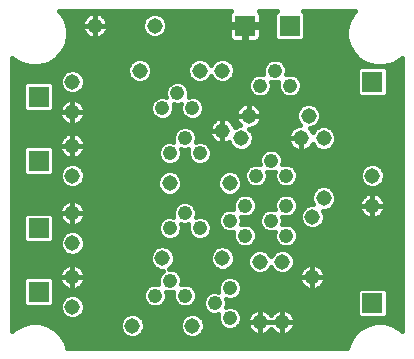
<source format=gtl>
G04 Output by ViewMate Deluxe V11.0.9  PentaLogix LLC*
G04 Sun Feb 16 15:57:02 2014*
%FSLAX33Y33*%
%MOMM*%
%IPPOS*%
%ADD10C,1.3081*%
%ADD11R,1.8009X1.8009*%
%ADD12C,1.209*%
%ADD13C,0.4064*%

%LPD*%
X0Y0D2*D13*G1X34544Y29898D2*X33310Y29898D1*X33310Y30300D2*X34544Y30300D1*X34544Y30704D2*X33310Y30704D1*X33310Y31105D2*X34544Y31105D1*X34544Y31509D2*X33310Y31509D1*X33310Y31910D2*X34544Y31910D1*X34544Y32314D2*X33449Y32314D1*X34295Y32715D2*X34544Y32715D1*X26302Y36741D2*X30381Y36741D1*X30147Y36340D2*X26325Y36340D1*X26325Y35936D2*X29967Y35936D1*X29860Y35535D2*X26325Y35535D1*X26325Y35131D2*X29820Y35131D1*X29820Y34729D2*X26325Y34729D1*X24275Y32715D2*X30983Y32715D1*X31829Y32314D2*X24646Y32314D1*X34544Y27079D2*X28341Y27079D1*X28796Y26678D2*X34544Y26678D1*X34544Y26274D2*X28936Y26274D1*X28920Y25872D2*X34544Y25872D1*X34544Y25469D2*X28720Y25469D1*X28092Y25067D2*X34544Y25067D1*X26868Y25469D2*X27033Y25469D1*X26957Y26678D2*X26937Y26678D1*X27412Y27079D2*X27084Y27079D1*X34544Y27483D2*X27529Y27483D1*X27666Y27884D2*X34544Y27884D1*X34544Y28288D2*X27648Y28288D1*X27445Y28689D2*X34544Y28689D1*X30698Y29898D2*X25776Y29898D1*X26002Y30300D2*X30698Y30300D1*X30698Y30704D2*X26030Y30704D1*X25890Y31105D2*X30698Y31105D1*X30698Y31509D2*X25392Y31509D1*X30698Y31956D2*X30935Y32194D1*X33073Y32194*X33310Y31956*X33310Y29820*X33073Y29581*X30935Y29581*X30698Y29820*X30698Y31956*X24760Y31910D2*X30698Y31910D1*X23490Y30704D2*X24008Y30704D1*X24036Y30300D2*X23462Y30300D1*X23236Y29898D2*X24262Y29898D1*X19304Y26759D2*X19304Y27871D1*X19304Y26759*X15603Y17821D2*X16655Y17821D1*X16421Y18222D2*X15837Y18222D1*X15870Y18626D2*X16388Y18626D1*X13574Y27884D2*X7615Y27884D1*X7714Y28288D2*X13287Y28288D1*X13213Y28689D2*X7661Y28689D1*X7430Y29093D2*X13307Y29093D1*X1773Y32715D2*X1524Y32715D1*X1524Y32314D2*X2619Y32314D1*X15794Y27079D2*X1524Y27079D1*X14874Y27884D2*X16114Y27884D1*X15827Y28288D2*X15161Y28288D1*X15235Y28689D2*X15753Y28689D1*X7663Y30704D2*X14834Y30704D1*X14552Y30300D2*X7508Y30300D1*X6988Y29898D2*X14483Y29898D1*X5547Y28689D2*X5052Y28689D1*X5052Y29093D2*X5778Y29093D1*X13625Y29494D2*X5052Y29494D1*X7661Y31105D2*X11554Y31105D1*X11308Y31509D2*X7483Y31509D1*X6904Y31910D2*X11260Y31910D1*X1524Y31910D2*X6304Y31910D1*X5725Y31509D2*X1524Y31509D1*X1524Y31105D2*X5547Y31105D1*X2459Y30704D2*X1524Y30704D1*X1524Y30300D2*X2441Y30300D1*X2441Y29898D2*X1524Y29898D1*X1524Y29494D2*X2441Y29494D1*X2441Y29093D2*X1524Y29093D1*X1524Y28689D2*X2441Y28689D1*X5494Y28288D2*X1524Y28288D1*X1524Y27884D2*X5593Y27884D1*X5903Y27483D2*X1524Y27483D1*X5494Y25469D2*X4872Y25469D1*X5052Y25067D2*X5573Y25067D1*X5857Y24663D2*X5052Y24663D1*X6604Y25489D2*X6604Y26601D1*X6604Y25489*X14044Y25469D2*X7714Y25469D1*X7635Y25067D2*X13853Y25067D1*X13848Y24663D2*X7351Y24663D1*X5052Y24262D2*X14023Y24262D1*X5545Y23053D2*X4956Y23053D1*X5052Y23457D2*X5667Y23457D1*X6027Y23858D2*X5052Y23858D1*X13800Y22248D2*X7402Y22248D1*X7628Y22652D2*X13851Y22652D1*X14100Y23053D2*X7663Y23053D1*X19180Y23053D2*X15618Y23053D1*X15867Y22652D2*X18931Y22652D1*X18880Y22248D2*X15918Y22248D1*X15812Y21847D2*X18986Y21847D1*X19312Y21443D2*X15486Y21443D1*X16685Y20638D2*X20211Y20638D1*X20198Y20236D2*X17031Y20236D1*X17140Y19832D2*X19202Y19832D1*X18966Y19431D2*X17803Y19431D1*X18275Y19027D2*X18928Y19027D1*X19058Y18626D2*X18410Y18626D1*X18377Y18222D2*X19512Y18222D1*X20198Y17821D2*X18143Y17821D1*X23625Y11379D2*X23238Y11379D1*X25237Y15001D2*X26005Y15001D1*X26492Y15405D2*X25430Y15405D1*X26924Y14376D2*X26924Y15489D1*X26924Y14376*X34013Y10170D2*X34544Y10170D1*X25143Y11379D2*X30698Y11379D1*X24384Y10566D2*X24384Y11679D1*X24384Y10566*X23251Y9769D2*X23612Y9769D1*X22479Y11679D2*X22479Y10566D1*X22479Y11679*X26411Y13391D2*X20950Y13391D1*X20879Y13795D2*X25974Y13795D1*X25827Y14196D2*X20597Y14196D1*X24625Y14600D2*X25834Y14600D1*X23942Y16612D2*X22921Y16612D1*X23393Y16210D2*X23470Y16210D1*X23531Y15001D2*X23332Y15001D1*X22720Y14600D2*X24143Y14600D1*X15730Y14600D2*X22238Y14600D1*X17658Y12184D2*X16952Y12184D1*X17536Y10975D2*X18928Y10975D1*X18974Y10574D2*X17777Y10574D1*X17823Y10170D2*X19223Y10170D1*X21707Y9769D2*X17711Y9769D1*X21440Y10170D2*X20655Y10170D1*X20904Y10574D2*X21369Y10574D1*X21443Y10975D2*X20950Y10975D1*X20828Y11379D2*X21720Y11379D1*X30698Y11781D2*X20414Y11781D1*X34544Y13391D2*X33142Y13391D1*X33310Y12990D2*X34544Y12990D1*X34544Y12586D2*X33310Y12586D1*X33310Y12184D2*X34544Y12184D1*X34544Y11781D2*X33310Y11781D1*X33310Y11379D2*X34544Y11379D1*X34544Y10975D2*X33200Y10975D1*X25494Y10574D2*X34544Y10574D1*X25413Y10993D2*X25469Y10828D1*X25494Y10655*X25494Y10566*X24384Y10566*X22479Y10566*X21369Y10566*X22479Y10566*X22479Y9456*X22479Y10566*X23589Y10566*X24384Y10566*X24384Y9456*X24298Y9456*X24125Y9482*X23957Y9538*X23802Y9616*X23660Y9721*X23536Y9842*X23434Y9985*X23432Y9990*X23429Y9985*X23327Y9842*X23203Y9721*X23061Y9616*X22906Y9538*X22738Y9482*X22565Y9456*X22479Y9456*X22393Y9456*X22220Y9482*X22052Y9538*X21897Y9616*X21755Y9721*X21631Y9842*X21529Y9985*X21450Y10140*X21394Y10307*X21369Y10480*X21369Y10566*X21369Y10655*X21394Y10828*X21450Y10993*X21529Y11148*X21631Y11290*X21755Y11415*X21897Y11516*X22052Y11598*X22220Y11651*X22393Y11679*X22479Y11679*X22565Y11679*X22738Y11651*X22906Y11598*X23061Y11516*X23203Y11415*X23327Y11290*X23429Y11148*X23432Y11146*X23434Y11148*X23536Y11290*X23660Y11415*X23802Y11516*X23957Y11598*X24125Y11651*X24298Y11679*X24384Y11679*X24470Y11679*X24643Y11651*X24811Y11598*X24966Y11516*X25108Y11415*X25232Y11290*X25334Y11148*X25413Y10993*X30808Y10975D2*X25420Y10975D1*X25423Y10170D2*X31265Y10170D1*X25108Y9721D2*X24966Y9616D1*X24811Y9538*X24643Y9482*X24470Y9456*X24384Y9456*X24384Y10566*X25494Y10566*X25494Y10480*X25469Y10307*X25413Y10140*X25334Y9985*X25232Y9842*X25108Y9721*X30711Y9769D2*X25156Y9769D1*X17379Y9365D2*X30340Y9365D1*X12299Y9365D2*X16149Y9365D1*X15817Y9769D2*X12631Y9769D1*X12743Y10170D2*X15705Y10170D1*X15751Y10574D2*X12697Y10574D1*X15865Y10851D2*X15705Y10460D1*X15705Y10038*X15865Y9649*X16165Y9350*X16553Y9190*X16975Y9190*X17363Y9350*X17663Y9649*X17823Y10038*X17823Y10460*X17663Y10851*X17363Y11148*X16975Y11311*X16553Y11311*X16165Y11148*X15865Y10851*X12456Y10975D2*X15992Y10975D1*X7242Y10975D2*X10912Y10975D1*X2055Y10170D2*X1524Y10170D1*X1524Y12184D2*X2441Y12184D1*X2441Y12586D2*X1524Y12586D1*X1524Y12990D2*X2441Y12990D1*X2441Y13391D2*X1524Y13391D1*X1524Y13795D2*X2441Y13795D1*X2461Y14196D2*X1524Y14196D1*X1524Y16612D2*X5728Y16612D1*X6307Y16210D2*X1524Y16210D1*X5052Y13795D2*X5654Y13795D1*X5507Y14196D2*X5032Y14196D1*X1524Y14600D2*X5514Y14600D1*X5685Y15001D2*X1524Y15001D1*X12761Y13391D2*X7117Y13391D1*X13805Y13795D2*X13876Y13795D1*X7554Y13795D2*X13373Y13795D1*X13848Y14196D2*X7701Y14196D1*X7694Y14600D2*X13988Y14600D1*X13777Y15001D2*X7523Y15001D1*X7036Y15405D2*X13307Y15405D1*X6604Y15489D2*X6604Y14376D1*X6604Y15489*X6177Y15408D2*X6345Y15461D1*X6518Y15489*X6604Y15489*X6690Y15489*X6863Y15461*X7031Y15408*X7186Y15326*X7328Y15225*X7452Y15100*X7554Y14958*X7633Y14803*X7689Y14638*X7714Y14465*X7714Y14376*X6604Y14376*X5494Y14376*X5494Y14465*X5519Y14638*X5575Y14803*X5654Y14958*X5756Y15100*X5880Y15225*X6022Y15326*X6177Y15408*X1524Y15405D2*X6172Y15405D1*X13165Y15806D2*X1524Y15806D1*X6901Y16210D2*X13178Y16210D1*X13373Y16612D2*X7480Y16612D1*X7661Y17015D2*X13988Y17015D1*X5052Y19431D2*X5547Y19431D1*X5778Y19027D2*X5052Y19027D1*X15573Y20638D2*X7305Y20638D1*X7617Y20236D2*X15227Y20236D1*X15118Y19832D2*X7714Y19832D1*X7661Y19431D2*X14455Y19431D1*X13983Y19027D2*X7430Y19027D1*X5052Y18626D2*X13848Y18626D1*X6218Y18222D2*X5052Y18222D1*X5052Y17821D2*X5700Y17821D1*X5545Y17417D2*X5034Y17417D1*X1524Y17015D2*X5547Y17015D1*X2459Y17417D2*X1524Y17417D1*X1524Y17821D2*X2441Y17821D1*X2441Y18222D2*X1524Y18222D1*X1524Y18626D2*X2441Y18626D1*X2441Y19027D2*X1524Y19027D1*X2441Y19573D2*X2677Y19812D1*X4816Y19812*X5052Y19573*X5052Y17437*X4816Y17198*X2677Y17198*X2441Y17437*X2441Y19573*X1524Y19431D2*X2441Y19431D1*X5494Y19832D2*X1524Y19832D1*X1524Y20236D2*X5591Y20236D1*X5903Y20638D2*X1524Y20638D1*X6604Y19774D2*X6604Y20886D1*X6690Y20886*X6863Y20858*X7031Y20805*X7186Y20724*X7328Y20622*X7452Y20498*X7554Y20356*X7633Y20201*X7689Y20036*X7714Y19863*X7714Y19774*X6604Y19774*X6604Y20886*X6518Y20886*X6345Y20858*X6177Y20805*X6022Y20724*X5880Y20622*X5756Y20498*X5654Y20356*X5575Y20201*X5519Y20036*X5494Y19863*X5494Y19774*X6604Y19774*X6863Y18689D2*X7031Y18745D1*X7186Y18824*X7328Y18928*X7452Y19050*X7554Y19192*X7633Y19347*X7689Y19515*X7714Y19688*X7714Y19774*X6604Y19774*X5494Y19774*X5494Y19688*X5519Y19515*X5575Y19347*X5654Y19192*X5756Y19050*X5880Y18928*X6022Y18824*X6177Y18745*X6345Y18689*X6518Y18664*X6604Y18664*X6604Y19774*X6604Y18664*X6690Y18664*X6863Y18689*X13881Y18222D2*X6990Y18222D1*X14003Y17932D2*X13848Y18303D1*X13848Y18705*X14003Y19078*X14288Y19360*X14658Y19515*X15060Y19515*X15161Y19474*X15118Y19573*X15118Y19975*X15273Y20348*X15558Y20630*X15928Y20785*X16330Y20785*X16700Y20630*X16985Y20348*X17140Y19975*X17140Y19573*X17097Y19474*X17198Y19515*X17600Y19515*X17970Y19360*X18255Y19078*X18410Y18705*X18410Y18303*X18255Y17932*X17970Y17648*X17600Y17493*X17198Y17493*X16828Y17648*X16543Y17932*X16388Y18303*X16388Y18705*X16431Y18806*X16330Y18763*X15928Y18763*X15827Y18806*X15870Y18705*X15870Y18303*X15715Y17932*X15430Y17648*X15060Y17493*X14658Y17493*X14288Y17648*X14003Y17932*X7508Y17821D2*X14115Y17821D1*X7663Y17445D2*X7663Y17023D1*X7503Y16634*X7203Y16335*X6815Y16175*X6393Y16175*X6005Y16335*X5705Y16634*X5545Y17023*X5545Y17445*X5705Y17836*X6005Y18133*X6393Y18296*X6815Y18296*X7203Y18133*X7503Y17836*X7663Y17445*X20302Y17417D2*X7663Y17417D1*X19540Y17015D2*X20635Y17015D1*X14460Y17015D2*X19068Y17015D1*X18453Y16612D2*X15075Y16612D1*X15270Y16210D2*X18258Y16210D1*X18245Y15806D2*X15283Y15806D1*X15141Y15405D2*X18387Y15405D1*X18857Y15001D2*X15225Y15001D1*X21626Y15001D2*X19751Y15001D1*X20221Y15405D2*X21433Y15405D1*X21420Y15806D2*X20363Y15806D1*X20350Y16210D2*X21565Y16210D1*X20203Y16566D2*X20363Y16175D1*X20363Y15753*X20203Y15364*X19903Y15065*X19515Y14905*X19093Y14905*X18705Y15065*X18405Y15364*X18245Y15753*X18245Y16175*X18405Y16566*X18705Y16863*X19093Y17026*X19515Y17026*X19903Y16863*X20203Y16566*X22037Y16612D2*X20155Y16612D1*X24127Y17015D2*X21783Y17015D1*X22116Y17417D2*X23795Y17417D1*X23691Y17821D2*X22220Y17821D1*X22156Y18222D2*X23005Y18222D1*X22550Y18626D2*X21882Y18626D1*X20950Y19027D2*X22421Y19027D1*X20932Y19431D2*X20912Y19431D1*X22459Y19431D2*X21486Y19431D1*X22062Y19832D2*X22695Y19832D1*X23691Y20236D2*X22220Y20236D1*X22207Y20638D2*X23703Y20638D1*X23904Y21041D2*X22007Y21041D1*X22890Y22248D2*X23973Y22248D1*X23731Y22652D2*X23132Y22652D1*X23172Y23053D2*X23691Y23053D1*X21107Y25067D2*X22850Y25067D1*X17635Y23858D2*X21717Y23858D1*X22421Y24262D2*X18235Y24262D1*X18410Y24663D2*X22522Y24663D1*X20676Y25067D2*X18405Y25067D1*X18214Y25469D2*X20048Y25469D1*X17117Y25872D2*X18636Y25872D1*X18303Y26274D2*X17140Y26274D1*X18194Y26759D2*X19304Y26759D1*X19304Y25649*X19304Y26759*X18194Y26759*X16993Y26678D2*X18194Y26678D1*X18240Y27079D2*X16464Y27079D1*X18456Y27483D2*X18580Y27607D1*X18722Y27709*X18877Y27790*X19045Y27843*X19218Y27871*X19304Y27871*X19390Y27871*X19563Y27843*X19731Y27790*X19886Y27709*X20028Y27607*X20152Y27483*X20427Y27079D2*X20368Y27079D1*X25768Y28689D2*X22421Y28689D1*X22611Y28288D2*X25565Y28288D1*X25547Y27884D2*X22629Y27884D1*X22494Y27483D2*X25684Y27483D1*X25397Y27079D2*X22111Y27079D1*X21811Y26678D2*X25006Y26678D1*X24869Y26274D2*X21951Y26274D1*X21935Y25872D2*X24887Y25872D1*X21791Y25524D2*X21491Y25225D1*X21102Y25065*X20681Y25065*X20292Y25225*X19992Y25524*X19876Y25804*X19731Y25730*X19563Y25674*X19390Y25649*X19304Y25649*X19218Y25649*X19045Y25674*X18877Y25730*X18722Y25809*X18580Y25913*X18456Y26035*X18354Y26177*X18275Y26332*X18219Y26500*X18194Y26673*X18194Y26759*X18194Y26848*X18219Y27021*X18275Y27186*X18354Y27341*X18456Y27483*X7305Y27483*X6604Y29459D2*X6604Y28346D1*X6604Y29459*X6345Y29431D2*X6518Y29459D1*X6604Y29459*X6690Y29459*X6863Y29431*X7031Y29378*X7186Y29296*X7328Y29195*X7452Y29070*X7554Y28928*X7633Y28773*X7689Y28608*X7714Y28435*X7714Y28346*X6604Y28346*X5494Y28346*X6604Y28346*X6604Y27236*X6604Y28346*X7714Y28346*X7714Y28260*X7689Y28087*X7633Y27920*X7554Y27765*X7452Y27622*X7328Y27501*X7186Y27396*X7031Y27318*X6863Y27262*X6690Y27236*X6604Y27236*X6518Y27236*X6345Y27262*X6177Y27318*X6022Y27396*X5880Y27501*X5756Y27622*X5654Y27765*X5575Y27920*X5519Y28087*X5494Y28260*X5494Y28346*X5494Y28435*X5519Y28608*X5575Y28773*X5654Y28928*X5756Y29070*X5880Y29195*X6022Y29296*X6177Y29378*X6345Y29431*X5052Y29898D2*X6220Y29898D1*X5700Y30300D2*X5052Y30300D1*X5545Y30676D2*X5545Y31097D1*X5705Y31488*X6005Y31786*X6393Y31948*X6815Y31948*X7203Y31786*X7503Y31488*X7663Y31097*X7663Y30676*X7503Y30287*X7203Y29987*X6815Y29827*X6393Y29827*X6005Y29987*X5705Y30287*X5545Y30676*X5034Y30704D2*X5545Y30704D1*X4816Y30924D2*X5052Y30686D1*X5052Y28550*X4816Y28311*X2677Y28311*X2441Y28550*X2441Y30686*X2677Y30924*X4816Y30924*X11366Y32314D2*X4239Y32314D1*X12779Y36340D2*X9380Y36340D1*X9583Y35936D2*X12560Y35936D1*X12530Y35535D2*X9616Y35535D1*X9492Y35131D2*X12657Y35131D1*X13040Y34729D2*X9131Y34729D1*X19853Y34729D2*X14138Y34729D1*X14521Y35131D2*X19853Y35131D1*X19853Y35535D2*X14648Y35535D1*X14618Y35936D2*X19853Y35936D1*X14488Y36251D2*X14648Y35860D1*X14648Y35438*X14488Y35049*X14188Y34750*X13800Y34590*X13378Y34590*X12990Y34750*X12690Y35049*X12530Y35438*X12530Y35860*X12690Y36251*X12990Y36548*X13378Y36711*X13800Y36711*X14188Y36548*X14488Y36251*X19853Y36340D2*X14399Y36340D1*X8717Y36741D2*X19893Y36741D1*X7526Y35131D2*X6248Y35131D1*X6208Y35535D2*X7402Y35535D1*X7435Y35936D2*X6101Y35936D1*X5921Y36340D2*X7638Y36340D1*X8301Y36741D2*X5687Y36741D1*X8509Y35649D2*X8509Y36761D1*X8509Y35649*X7399Y35649*X7399Y35738*X7424Y35911*X7480Y36076*X7559Y36231*X7661Y36373*X7785Y36497*X7927Y36599*X8082Y36680*X8250Y36733*X8423Y36761*X8509Y36761*X8595Y36761*X8768Y36733*X8936Y36680*X9091Y36599*X9233Y36497*X9357Y36373*X9459Y36231*X9538Y36076*X9594Y35911*X9619Y35738*X9619Y35649*X8509Y35649*X7927Y34699D2*X8082Y34620D1*X8250Y34564*X8423Y34539*X8509Y34539*X8509Y35649*X9619Y35649*X9619Y35563*X9594Y35390*X9538Y35222*X9459Y35067*X9357Y34925*X9233Y34803*X9091Y34699*X8936Y34620*X8768Y34564*X8595Y34539*X8509Y34539*X8509Y35649*X7399Y35649*X7399Y35563*X7424Y35390*X7480Y35222*X7559Y35067*X7661Y34925*X7785Y34803*X7927Y34699*X6248Y34729D2*X7887Y34729D1*X20127Y34326D2*X6162Y34326D1*X21112Y34326D2*X21306Y34326D1*X21306Y34729D2*X21112Y34729D1*X21112Y35131D2*X21306Y35131D1*X21306Y35535D2*X21112Y35535D1*X23736Y36741D2*X22525Y36741D1*X22565Y36340D2*X23713Y36340D1*X23713Y35936D2*X22565Y35936D1*X22565Y35535D2*X23713Y35535D1*X23713Y35131D2*X22565Y35131D1*X22565Y34729D2*X23713Y34729D1*X29906Y34326D2*X22291Y34326D1*X6055Y33924D2*X30013Y33924D1*X30246Y33520D2*X5822Y33520D1*X5519Y33119D2*X30549Y33119D1*X11697Y32715D2*X5085Y32715D1*X16777Y32715D2*X12941Y32715D1*X13272Y32314D2*X16446Y32314D1*X16340Y31910D2*X13378Y31910D1*X13330Y31509D2*X16388Y31509D1*X13218Y31239D2*X12918Y30940D1*X12530Y30780*X12108Y30780*X11720Y30940*X11420Y31239*X11260Y31628*X11260Y32050*X11420Y32441*X11720Y32738*X12108Y32901*X12530Y32901*X12918Y32738*X13218Y32441*X13378Y32050*X13378Y31628*X13218Y31239*X16634Y31105D2*X13084Y31105D1*X18164Y31105D2*X18539Y31105D1*X18682Y32715D2*X18021Y32715D1*X23223Y32715D2*X19926Y32715D1*X20256Y32314D2*X22852Y32314D1*X22738Y31910D2*X20363Y31910D1*X20315Y31509D2*X22106Y31509D1*X20203Y31239D2*X20363Y31628D1*X20363Y32050*X20203Y32441*X19903Y32738*X19515Y32901*X19093Y32901*X18705Y32738*X18405Y32441*X18352Y32311*X18298Y32441*X17998Y32738*X17610Y32901*X17188Y32901*X16800Y32738*X16500Y32441*X16340Y32050*X16340Y31628*X16500Y31239*X16800Y30940*X17188Y30780*X17610Y30780*X17998Y30940*X18298Y31239*X18352Y31369*X18405Y31239*X18705Y30940*X19093Y30780*X19515Y30780*X19903Y30940*X20203Y31239*X21608Y31105D2*X20069Y31105D1*X16154Y30704D2*X21468Y30704D1*X21496Y30300D2*X16436Y30300D1*X21623Y29997D2*X21468Y30368D1*X21468Y30770*X21623Y31143*X21908Y31425*X22278Y31580*X22680Y31580*X22781Y31539*X22738Y31638*X22738Y32040*X22893Y32413*X23178Y32695*X23548Y32850*X23950Y32850*X24320Y32695*X24605Y32413*X24760Y32040*X24760Y31638*X24717Y31539*X24818Y31580*X25220Y31580*X25590Y31425*X25875Y31143*X26030Y30770*X26030Y30368*X25875Y29997*X25590Y29713*X25220Y29558*X24818Y29558*X24448Y29713*X24163Y29997*X24008Y30368*X24008Y30770*X24051Y30871*X23950Y30828*X23548Y30828*X23447Y30871*X23490Y30770*X23490Y30368*X23335Y29997*X23050Y29713*X22680Y29558*X22278Y29558*X21908Y29713*X21623Y29997*X16505Y29898D2*X21722Y29898D1*X34544Y29494D2*X17363Y29494D1*X21852Y29093D2*X34544Y29093D1*X21526Y29141D2*X21526Y28029D1*X21526Y29141*X17681Y29093D2*X21201Y29093D1*X20632Y28689D2*X17775Y28689D1*X20442Y28291D2*X20498Y28456D1*X20577Y28611*X20678Y28753*X20803Y28877*X20945Y28979*X21100Y29060*X21267Y29113*X21440Y29141*X21526Y29141*X21613Y29141*X21786Y29113*X21953Y29060*X22108Y28979*X22250Y28877*X22375Y28753*X22476Y28611*X22555Y28456*X22611Y28291*X22636Y28118*X22636Y28029*X21526Y28029*X20417Y28029*X20417Y28118*X20442Y28291*X17701Y28288D2*X20442Y28288D1*X17336Y27808D2*X16965Y27653D1*X16563Y27653*X16192Y27808*X15908Y28092*X15753Y28463*X15753Y28865*X15796Y28966*X15695Y28923*X15293Y28923*X15192Y28966*X15235Y28865*X15235Y28463*X15080Y28092*X14796Y27808*X14425Y27653*X14023Y27653*X13652Y27808*X13368Y28092*X13213Y28463*X13213Y28865*X13368Y29238*X13652Y29520*X14023Y29675*X14425Y29675*X14526Y29634*X14483Y29733*X14483Y30135*X14638Y30508*X14922Y30790*X15293Y30945*X15695Y30945*X16066Y30790*X16350Y30508*X16505Y30135*X16505Y29733*X16462Y29634*X16563Y29675*X16965Y29675*X17336Y29520*X17620Y29238*X17775Y28865*X17775Y28463*X17620Y28092*X17336Y27808*X20424Y27884D2*X17414Y27884D1*X20559Y27483D2*X20152Y27483D1*X20254Y27341*X20333Y27186*X20376Y27059*X20681Y27186*X20800Y27186*X20678Y27305*X20577Y27447*X20498Y27602*X20442Y27770*X20417Y27943*X20417Y28029*X21526Y28029*X22636Y28029*X22636Y27943*X22611Y27770*X22555Y27602*X22476Y27447*X22375Y27305*X22250Y27183*X22108Y27079*X21953Y27000*X21786Y26944*X21613Y26919*X21598Y26919*X21791Y26726*X21951Y26335*X21951Y25913*X21791Y25524*X25075Y25469D2*X21735Y25469D1*X34544Y24262D2*X24442Y24262D1*X24341Y24663D2*X34544Y24663D1*X25631Y25067D2*X24013Y25067D1*X27661Y25067D2*X26312Y25067D1*X27666Y25065D2*X28087Y25065D1*X28476Y25225*X28776Y25524*X28936Y25913*X28936Y26335*X28776Y26726*X28476Y27023*X28087Y27186*X27666Y27186*X27277Y27023*X26977Y26726*X26949Y26655*X26921Y26706*X26820Y26848*X26698Y26970*X26817Y26970*X27206Y27130*X27506Y27429*X27666Y27818*X27666Y28240*X27506Y28631*X27206Y28928*X26817Y29091*X26396Y29091*X26007Y28928*X25707Y28631*X25547Y28240*X25547Y27818*X25707Y27429*X25900Y27236*X25885Y27236*X25712Y27208*X25545Y27155*X25390Y27074*X25248Y26972*X25123Y26848*X25022Y26706*X24943Y26551*X24887Y26386*X24862Y26213*X24862Y26124*X25972Y26124*X24862Y26124*X24862Y26038*X24887Y25865*X24943Y25697*X25022Y25542*X25123Y25400*X25248Y25278*X25390Y25174*X25545Y25095*X25712Y25039*X25885Y25014*X25972Y25014*X25972Y26124*X25972Y25014*X26058Y25014*X26231Y25039*X26398Y25095*X26553Y25174*X26695Y25278*X26820Y25400*X26921Y25542*X26949Y25593*X26977Y25524*X27277Y25225*X27666Y25065*X20892Y21847D2*X27178Y21847D1*X20998Y22248D2*X21433Y22248D1*X20947Y22652D2*X21191Y22652D1*X21151Y23053D2*X20698Y23053D1*X7541Y23457D2*X21278Y23457D1*X14623Y23858D2*X7181Y23858D1*X17163Y23858D2*X15095Y23858D1*X15695Y24262D2*X16563Y24262D1*X16388Y24663D2*X15870Y24663D1*X15865Y25067D2*X16393Y25067D1*X7648Y25872D2*X15141Y25872D1*X15118Y26274D2*X7391Y26274D1*X15273Y26698D2*X15558Y26980D1*X15928Y27135*X16330Y27135*X16700Y26980*X16985Y26698*X17140Y26325*X17140Y25923*X17097Y25824*X17198Y25865*X17600Y25865*X17970Y25710*X18255Y25428*X18410Y25055*X18410Y24653*X18255Y24282*X17970Y23998*X17600Y23843*X17198Y23843*X16828Y23998*X16543Y24282*X16388Y24653*X16388Y25055*X16431Y25156*X16330Y25113*X15928Y25113*X15827Y25156*X15870Y25055*X15870Y24653*X15715Y24282*X15430Y23998*X15060Y23843*X14658Y23843*X14288Y23998*X14003Y24282*X13848Y24653*X13848Y25055*X14003Y25428*X14288Y25710*X14658Y25865*X15060Y25865*X15161Y25824*X15118Y25923*X15118Y26325*X15273Y26698*X1524Y26678D2*X15265Y26678D1*X5817Y26274D2*X1524Y26274D1*X5575Y25916D2*X5654Y26071D1*X5756Y26213*X5880Y26337*X6022Y26439*X6177Y26520*X6345Y26573*X6518Y26601*X6604Y26601*X6690Y26601*X6863Y26573*X7031Y26520*X7186Y26439*X7328Y26337*X7452Y26213*X7554Y26071*X7633Y25916*X7689Y25751*X7714Y25578*X7714Y25489*X6604Y25489*X5494Y25489*X6604Y25489*X6604Y24379*X6604Y25489*X7714Y25489*X7714Y25403*X7689Y25230*X7633Y25062*X7554Y24907*X7452Y24765*X7328Y24643*X7186Y24539*X7031Y24460*X6863Y24404*X6690Y24379*X6604Y24379*X6518Y24379*X6345Y24404*X6177Y24460*X6022Y24539*X5880Y24643*X5756Y24765*X5654Y24907*X5575Y25062*X5519Y25230*X5494Y25403*X5494Y25489*X5494Y25578*X5519Y25751*X5575Y25916*X1524Y25872D2*X5560Y25872D1*X1524Y25469D2*X2621Y25469D1*X2441Y25067D2*X1524Y25067D1*X1524Y24663D2*X2441Y24663D1*X2441Y24262D2*X1524Y24262D1*X1524Y23858D2*X2441Y23858D1*X2441Y23457D2*X1524Y23457D1*X2441Y23152D2*X2441Y25288D1*X2677Y25527*X4816Y25527*X5052Y25288*X5052Y23152*X4816Y22913*X2677Y22913*X2441Y23152*X1524Y23053D2*X2537Y23053D1*X5580Y22652D2*X1524Y22652D1*X5705Y22349D2*X6005Y22050D1*X6393Y21890*X6815Y21890*X7203Y22050*X7503Y22349*X7663Y22738*X7663Y23160*X7503Y23551*X7203Y23848*X6815Y24011*X6393Y24011*X6005Y23848*X5705Y23551*X5545Y23160*X5545Y22738*X5705Y22349*X1524Y22248D2*X5806Y22248D1*X13906Y21847D2*X1524Y21847D1*X14260Y21415D2*X13960Y21714D1*X13800Y22103*X13800Y22525*X13960Y22916*X14260Y23213*X14648Y23376*X15070Y23376*X15458Y23213*X15758Y22916*X15918Y22525*X15918Y22103*X15758Y21714*X15458Y21415*X15070Y21255*X14648Y21255*X14260Y21415*X1524Y21443D2*X14232Y21443D1*X20411Y21041D2*X1524Y21041D1*X20638Y21265D2*X21008Y21420D1*X21410Y21420*X21780Y21265*X22065Y20983*X22220Y20610*X22220Y20208*X22065Y19837*X21780Y19553*X21410Y19398*X21008Y19398*X20907Y19441*X20950Y19340*X20950Y18938*X20907Y18839*X21008Y18880*X21410Y18880*X21780Y18725*X22065Y18443*X22220Y18070*X22220Y17668*X22065Y17297*X21780Y17013*X21410Y16858*X21008Y16858*X20638Y17013*X20353Y17297*X20198Y17668*X20198Y18070*X20241Y18171*X20140Y18128*X19738Y18128*X19368Y18283*X19083Y18567*X18928Y18938*X18928Y19340*X19083Y19713*X19368Y19995*X19738Y20150*X20140Y20150*X20241Y20109*X20198Y20208*X20198Y20610*X20353Y20983*X20638Y21265*X20538Y21415D2*X20150Y21255D1*X19728Y21255*X19340Y21415*X19040Y21714*X18880Y22103*X18880Y22525*X19040Y22916*X19340Y23213*X19728Y23376*X20150Y23376*X20538Y23213*X20838Y22916*X20998Y22525*X20998Y22103*X20838Y21714*X20538Y21415*X26894Y21443D2*X20566Y21443D1*X34544Y18626D2*X27592Y18626D1*X27894Y19027D2*X34544Y19027D1*X31478Y19431D2*X27983Y19431D1*X27917Y19832D2*X31052Y19832D1*X30907Y20236D2*X28567Y20236D1*X28857Y20638D2*X30914Y20638D1*X31090Y21041D2*X28936Y21041D1*X34544Y19431D2*X32530Y19431D1*X32956Y19832D2*X34544Y19832D1*X34544Y20236D2*X33101Y20236D1*X33094Y20638D2*X34544Y20638D1*X34544Y21041D2*X32918Y21041D1*X32418Y21443D2*X34544Y21443D1*X32004Y21521D2*X32004Y20409D1*X32004Y21521*X31577Y21440D2*X31745Y21493D1*X31918Y21521*X32004Y21521*X32090Y21521*X32263Y21493*X32431Y21440*X32586Y21359*X32728Y21257*X32852Y21133*X32954Y20991*X33033Y20836*X33089Y20671*X33114Y20498*X33114Y20409*X32004Y20409*X30894Y20409*X32004Y20409*X32004Y19299*X32004Y20409*X33114Y20409*X33114Y20323*X33089Y20150*X33033Y19982*X32954Y19827*X32852Y19685*X32728Y19563*X32586Y19459*X32431Y19380*X32263Y19324*X32090Y19299*X32004Y19299*X31918Y19299*X31745Y19324*X31577Y19380*X31422Y19459*X31280Y19563*X31156Y19685*X31054Y19827*X30975Y19982*X30919Y20150*X30894Y20323*X30894Y20409*X30894Y20498*X30919Y20671*X30975Y20836*X31054Y20991*X31156Y21133*X31280Y21257*X31422Y21359*X31577Y21440*X28859Y21443D2*X31590Y21443D1*X34544Y21847D2*X28575Y21847D1*X32802Y22248D2*X34544Y22248D1*X34544Y22652D2*X33028Y22652D1*X33063Y23053D2*X34544Y23053D1*X34544Y23457D2*X32941Y23457D1*X32581Y23858D2*X34544Y23858D1*X25146Y23858D2*X31427Y23858D1*X31067Y23457D2*X25585Y23457D1*X25712Y23053D2*X30945Y23053D1*X30980Y22652D2*X25672Y22652D1*X31105Y22349D2*X30945Y22738D1*X30945Y23160*X31105Y23551*X31405Y23848*X31793Y24011*X32215Y24011*X32603Y23848*X32903Y23551*X33063Y23160*X33063Y22738*X32903Y22349*X32603Y22050*X32215Y21890*X31793Y21890*X31405Y22050*X31105Y22349*X25430Y22248D2*X31206Y22248D1*X25273Y22093D2*X25557Y22377D1*X25712Y22748*X25712Y23150*X25557Y23523*X25273Y23805*X24902Y23960*X24501Y23960*X24399Y23919*X24442Y24018*X24442Y24420*X24287Y24793*X24003Y25075*X23632Y25230*X23231Y25230*X22860Y25075*X22576Y24793*X22421Y24420*X22421Y24018*X22464Y23919*X22362Y23960*X21961Y23960*X21590Y23805*X21306Y23523*X21151Y23150*X21151Y22748*X21306Y22377*X21590Y22093*X21961Y21938*X22362Y21938*X22733Y22093*X23017Y22377*X23172Y22748*X23172Y23150*X23129Y23251*X23231Y23208*X23632Y23208*X23734Y23251*X23691Y23150*X23691Y22748*X23846Y22377*X24130Y22093*X24501Y21938*X24902Y21938*X25273Y22093*X26817Y21041D2*X25499Y21041D1*X25700Y20638D2*X26896Y20638D1*X25712Y20236D2*X26203Y20236D1*X25931Y19832D2*X25555Y19832D1*X24978Y19431D2*X25865Y19431D1*X24404Y19431D2*X24425Y19431D1*X25954Y19027D2*X24442Y19027D1*X26325Y18557D2*X26713Y18397D1*X27135Y18397*X27523Y18557*X27823Y18857*X27983Y19246*X27983Y19667*X27854Y19985*X28087Y19985*X28476Y20145*X28776Y20444*X28936Y20833*X28936Y21255*X28776Y21646*X28476Y21943*X28087Y22106*X27666Y22106*X27277Y21943*X26977Y21646*X26817Y21255*X26817Y20833*X26947Y20518*X26713Y20518*X26325Y20356*X26025Y20058*X25865Y19667*X25865Y19246*X26025Y18857*X26325Y18557*X25375Y18626D2*X26256Y18626D1*X34544Y18222D2*X25649Y18222D1*X25712Y17821D2*X34544Y17821D1*X34544Y17417D2*X25608Y17417D1*X25276Y17015D2*X34544Y17015D1*X24902Y16858D2*X25273Y17013D1*X25557Y17297*X25712Y17668*X25712Y18070*X25557Y18443*X25273Y18725*X24902Y18880*X24501Y18880*X24399Y18839*X24442Y18938*X24442Y19340*X24399Y19441*X24501Y19398*X24902Y19398*X25273Y19553*X25557Y19837*X25712Y20208*X25712Y20610*X25557Y20983*X25273Y21265*X24902Y21420*X24501Y21420*X24130Y21265*X23846Y20983*X23691Y20610*X23691Y20208*X23734Y20109*X23632Y20150*X23231Y20150*X22860Y19995*X22576Y19713*X22421Y19340*X22421Y18938*X22576Y18567*X22860Y18283*X23231Y18128*X23632Y18128*X23734Y18171*X23691Y18070*X23691Y17668*X23846Y17297*X24130Y17013*X24501Y16858*X24902Y16858*X34544Y16612D2*X24826Y16612D1*X25298Y16210D2*X34544Y16210D1*X25443Y15857D2*X25443Y15436D1*X25283Y15047*X24983Y14747*X24595Y14587*X24173Y14587*X23785Y14747*X23485Y15047*X23432Y15176*X23378Y15047*X23078Y14747*X22690Y14587*X22268Y14587*X21880Y14747*X21580Y15047*X21420Y15436*X21420Y15857*X21580Y16248*X21880Y16546*X22268Y16708*X22690Y16708*X23078Y16546*X23378Y16248*X23432Y16119*X23485Y16248*X23785Y16546*X24173Y16708*X24595Y16708*X24983Y16546*X25283Y16248*X25443Y15857*X34544Y15806D2*X25443Y15806D1*X27356Y15405D2*X34544Y15405D1*X34544Y15001D2*X27843Y15001D1*X28014Y14600D2*X34544Y14600D1*X28034Y14376D2*X26924Y14376D1*X25814Y14376*X26924Y14376*X26924Y13266*X26838Y13266*X26665Y13292*X26497Y13348*X26342Y13426*X26200Y13531*X26076Y13652*X25974Y13795*X25895Y13950*X25839Y14117*X25814Y14290*X25814Y14376*X25814Y14465*X25839Y14638*X25895Y14803*X25974Y14958*X26076Y15100*X26200Y15225*X26342Y15326*X26497Y15408*X26665Y15461*X26838Y15489*X26924Y15489*X27010Y15489*X27183Y15461*X27351Y15408*X27506Y15326*X27648Y15225*X27772Y15100*X27874Y14958*X27953Y14803*X28009Y14638*X28034Y14465*X28034Y14376*X34544Y14196D2*X28021Y14196D1*X27874Y13795D2*X34544Y13795D1*X27506Y13426D2*X27351Y13348D1*X27183Y13292*X27010Y13266*X26924Y13266*X26924Y14376*X28034Y14376*X28034Y14290*X28009Y14117*X27953Y13950*X27874Y13795*X27772Y13652*X27648Y13531*X27506Y13426*X30866Y13391D2*X27437Y13391D1*X30698Y13223D2*X30935Y13462D1*X33073Y13462*X33310Y13223*X33310Y11087*X33073Y10848*X30935Y10848*X30698Y11087*X30698Y13223*X20853Y12990D2*X30698Y12990D1*X30698Y12586D2*X20531Y12586D1*X19680Y12184D2*X30698Y12184D1*X16957Y13391D2*X18928Y13391D1*X18999Y13795D2*X16345Y13795D1*X15870Y14196D2*X19281Y14196D1*X15842Y13795D2*X15913Y13795D1*X15118Y12990D2*X15161Y13091D1*X15060Y13048*X14658Y13048*X14557Y13091*X14600Y12990*X15121Y12586D2*X14597Y12586D1*X14412Y12184D2*X15306Y12184D1*X15923Y11781D2*X13795Y11781D1*X17729Y11781D2*X16335Y11781D1*X7562Y11379D2*X18016Y11379D1*X13383Y11781D2*X7663Y11781D1*X7607Y12184D2*X12766Y12184D1*X12581Y12586D2*X7353Y12586D1*X12578Y12990D2*X12733Y13363D1*X13018Y13645*X13388Y13800*X13790Y13800*X13891Y13759*X13848Y13858*X13848Y14260*X14003Y14633*X14275Y14905*X14013Y14905*X13625Y15065*X13325Y15364*X13165Y15753*X13165Y16175*X13325Y16566*X13625Y16863*X14013Y17026*X14435Y17026*X14823Y16863*X15123Y16566*X15283Y16175*X15283Y15753*X15123Y15364*X14829Y15070*X15060Y15070*X15430Y14915*X15715Y14633*X15870Y14260*X15870Y13858*X15827Y13759*X15928Y13800*X16330Y13800*X16700Y13645*X16985Y13363*X17140Y12990*X17755Y12586D2*X17137Y12586D1*X18098Y13010D2*X18468Y13165D1*X18870Y13165*X18971Y13124*X18928Y13223*X18928Y13625*X19083Y13998*X19368Y14280*X19738Y14435*X20140Y14435*X20510Y14280*X20795Y13998*X20950Y13625*X20950Y13223*X20795Y12852*X20510Y12568*X20140Y12413*X19738Y12413*X19637Y12456*X19680Y12355*X19680Y11953*X19637Y11854*X19738Y11895*X20140Y11895*X20510Y11740*X20795Y11458*X20950Y11085*X20950Y10683*X20795Y10312*X20510Y10028*X20140Y9873*X19738Y9873*X19368Y10028*X19083Y10312*X18928Y10683*X18928Y11085*X18971Y11186*X18870Y11143*X18468Y11143*X18098Y11298*X17813Y11582*X17658Y11953*X17658Y12355*X17813Y12728*X18098Y13010*X18075Y12990D2*X17140Y12990D1*X17140Y12588*X16985Y12217*X16700Y11933*X16330Y11778*X15928Y11778*X15558Y11933*X15273Y12217*X15118Y12588*X15118Y12990*X14600Y12990*X14600Y12588*X14445Y12217*X14160Y11933*X13790Y11778*X13388Y11778*X13018Y11933*X12733Y12217*X12578Y12588*X12578Y12990*X5052Y12990*X6091Y13391D2*X5052Y13391D1*X6177Y13348D2*X6345Y13292D1*X6518Y13266*X6604Y13266*X6604Y14376*X7714Y14376*X7714Y14290*X7689Y14117*X7633Y13950*X7554Y13795*X7452Y13652*X7328Y13531*X7186Y13426*X7031Y13348*X6863Y13292*X6690Y13266*X6604Y13266*X6604Y14376*X5494Y14376*X5494Y14290*X5519Y14117*X5575Y13950*X5654Y13795*X5756Y13652*X5880Y13531*X6022Y13426*X6177Y13348*X5052Y12586D2*X5855Y12586D1*X5052Y12040D2*X5052Y14176D1*X4816Y14414*X2677Y14414*X2441Y14176*X2441Y12040*X2677Y11801*X4816Y11801*X5052Y12040*X5601Y12184D2*X5052Y12184D1*X1524Y11781D2*X5545Y11781D1*X5646Y11379D2*X1524Y11379D1*X6005Y10937D2*X5705Y11237D1*X5545Y11626*X5545Y12047*X5705Y12438*X6005Y12736*X6393Y12898*X6815Y12898*X7203Y12736*X7503Y12438*X7663Y12047*X7663Y11626*X7503Y11237*X7203Y10937*X6815Y10777*X6393Y10777*X6005Y10937*X1524Y10975D2*X5966Y10975D1*X10671Y10574D2*X1524Y10574D1*X4803Y10170D2*X10625Y10170D1*X10737Y9769D2*X5357Y9769D1*X11085Y9350D2*X10785Y9649D1*X10625Y10038*X10625Y10460*X10785Y10851*X11085Y11148*X11473Y11311*X11895Y11311*X12283Y11148*X12583Y10851*X12743Y10460*X12743Y10038*X12583Y9649*X12283Y9350*X11895Y9190*X11473Y9190*X11085Y9350*X5728Y9365D2*X11069Y9365D1*X29949Y8560D2*X6119Y8560D1*X5961Y8964D2*X30107Y8964D1*X6055Y8799D2*X5685Y9441D1*X5161Y9964*X4516Y10335*X3800Y10528*X3058Y10528*X2342Y10335*X1697Y9964*X1524Y9792*X1524Y32934*X1697Y32758*X2342Y32388*X3058Y32194*X3800Y32194*X4516Y32388*X5161Y32758*X5685Y33284*X6055Y33927*X6248Y34643*X6248Y35385*X6055Y36104*X5685Y36746*X5512Y36919*X20036Y36919*X20028Y36916*X19944Y36830*X19883Y36726*X19853Y36609*X19853Y35745*X21112Y35745*X21112Y35552*X19853Y35552*X19853Y34689*X19883Y34572*X19944Y34468*X20028Y34384*X20132Y34323*X20249Y34293*X21112Y34293*X21112Y35552*X21306Y35552*X22565Y35552*X22565Y34689*X22535Y34572*X22474Y34468*X22390Y34384*X22286Y34323*X22169Y34293*X21306Y34293*X21306Y35552*X21306Y35745*X22565Y35745*X22565Y36609*X22535Y36726*X22474Y36830*X22390Y36916*X22382Y36919*X23914Y36919*X23713Y36718*X23713Y34582*X23950Y34343*X26088Y34343*X26325Y34582*X26325Y36718*X26124Y36919*X30556Y36919*X30383Y36746*X30013Y36104*X29820Y35385*X29820Y34643*X30013Y33927*X30383Y33284*X30907Y32758*X31552Y32388*X32268Y32194*X33010Y32194*X33726Y32388*X34371Y32758*X34544Y32934*X34544Y9792*X34371Y9964*X33726Y10335*X33010Y10528*X32268Y10528*X31552Y10335*X30907Y9964*X30383Y9441*X30013Y8799*X29891Y8344*X6177Y8344*X6055Y8799*D10*X26924Y19456D3*X27876Y21044D3*X32004Y20409D3*X32004Y22949D3*X26606Y28029D3*X27876Y26124D3*X25972Y26124D3*X11684Y10249D3*X16764Y10249D3*X22479Y10566D3*X24384Y10566D3*X26924Y14376D3*X24384Y15646D3*X22479Y15646D3*X19304Y15964D3*X14224Y15964D3*X14859Y22314D3*X19939Y22314D3*X19304Y26759D3*X20892Y26124D3*X21526Y28029D3*X19304Y31839D3*X17399Y31839D3*X13589Y35649D3*X12319Y31839D3*X8509Y35649D3*X6604Y30886D3*X6604Y28346D3*X6604Y25489D3*X6604Y22949D3*X6604Y19774D3*X6604Y17234D3*X6604Y14376D3*X6604Y11836D3*D11*X3746Y13106D3*X3746Y18504D3*X3746Y24219D3*X3746Y29616D3*X21209Y35649D3*X25019Y35649D3*X32004Y30886D3*X32004Y12154D3*D12*X25019Y30569D3*X23749Y31839D3*X22479Y30569D3*X14224Y28664D3*X15494Y29934D3*X16764Y28664D3*X17399Y24854D3*X16129Y26124D3*X14859Y24854D3*X14859Y18504D3*X16129Y19774D3*X17399Y18504D3*X24702Y17869D3*X23432Y19139D3*X24702Y20409D3*X24702Y22949D3*X23432Y24219D3*X22162Y22949D3*X21209Y20409D3*X19939Y19139D3*X21209Y17869D3*X19939Y13424D3*X19939Y10884D3*X18669Y12154D3*X16129Y12789D3*X14859Y14059D3*X13589Y12789D3*D13*X25972Y25469D3*X25972Y25872D3*X19304Y27483D3*X19304Y27079D3*X19304Y26759D3*X19304Y26678D3*X19304Y26274D3*X19304Y25872D3*X6604Y24663D3*X6604Y25067D3*X6604Y26274D3*X6604Y25872D3*X6604Y25489D3*X6604Y25469D3*X26924Y15405D3*X26924Y15001D3*X26924Y14600D3*X26924Y14376D3*X26924Y14196D3*X26924Y13795D3*X26924Y13391D3*X24384Y11379D3*X24384Y10975D3*X24384Y10574D3*X24384Y10566D3*X24384Y10170D3*X24384Y9769D3*X22479Y9769D3*X22479Y10170D3*X22479Y10574D3*X22479Y10975D3*X22479Y11379D3*X22479Y10566D3*X24384Y10566D3*X22479Y10566D3*X22479Y10566D3*X22479Y10566D3*X24384Y10566D3*X24384Y10566D3*X6604Y15001D3*X6604Y14600D3*X6604Y14376D3*X6604Y14196D3*X6604Y13795D3*X6604Y13391D3*X6604Y15405D3*X6604Y14376D3*X6604Y14376D3*X6604Y20638D3*X6604Y20236D3*X6604Y19832D3*X6604Y19774D3*X6604Y19431D3*X6604Y19027D3*X6604Y19774D3*X6604Y19774D3*X6604Y19774D3*X19304Y26759D3*X19304Y26759D3*X21526Y28288D3*X21526Y28689D3*X6604Y27483D3*X6604Y27884D3*X6604Y28288D3*X6604Y28689D3*X6604Y29093D3*X6604Y28346D3*X6604Y28346D3*X6604Y28346D3*X6604Y28346D3*X8509Y36741D3*X8509Y36340D3*X8509Y35936D3*X8509Y35649D3*X8509Y35649D3*X8509Y35649D3*X8509Y35535D3*X8509Y35131D3*X8509Y34729D3*X8509Y35649D3*X18352Y32314D3*X21526Y28029D3*X21526Y29093D3*X21526Y28029D3*X21526Y28029D3*X25972Y25067D3*X25972Y26124D3*X25972Y26124D3*X6604Y25489D3*X6604Y25489D3*X6604Y25489D3*X32004Y21041D3*X32004Y20638D3*X32004Y20409D3*X32004Y20236D3*X32004Y19832D3*X32004Y19431D3*X32004Y21443D3*X32004Y20409D3*X32004Y20409D3*X32004Y20409D3*X26924Y14376D3*X26924Y14376D3*X26924Y14376D3*X6604Y14376D3*X0Y0D2*M02*
</source>
